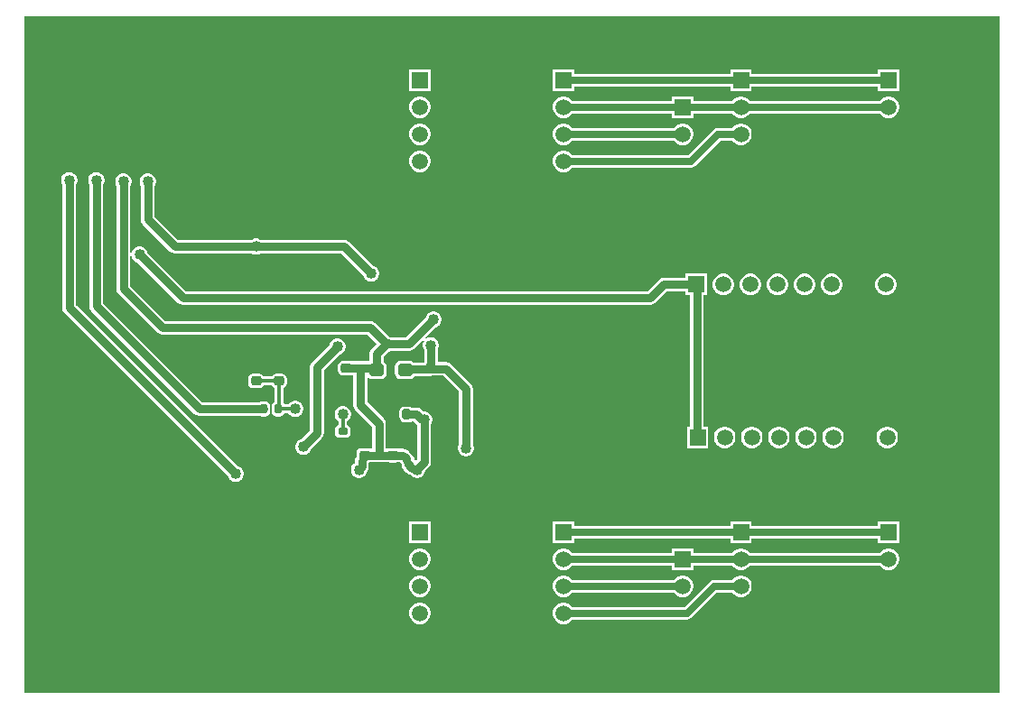
<source format=gbr>
G04*
G04 #@! TF.GenerationSoftware,Altium Limited,Altium Designer,23.6.0 (18)*
G04*
G04 Layer_Physical_Order=2*
G04 Layer_Color=16711680*
%FSLAX44Y44*%
%MOMM*%
G71*
G04*
G04 #@! TF.SameCoordinates,D937CF5F-481C-4708-B2B1-4CAA2D9F1EF8*
G04*
G04*
G04 #@! TF.FilePolarity,Positive*
G04*
G01*
G75*
G04:AMPARAMS|DCode=16|XSize=0.9mm|YSize=0.7mm|CornerRadius=0.175mm|HoleSize=0mm|Usage=FLASHONLY|Rotation=90.000|XOffset=0mm|YOffset=0mm|HoleType=Round|Shape=RoundedRectangle|*
%AMROUNDEDRECTD16*
21,1,0.9000,0.3500,0,0,90.0*
21,1,0.5500,0.7000,0,0,90.0*
1,1,0.3500,0.1750,0.2750*
1,1,0.3500,0.1750,-0.2750*
1,1,0.3500,-0.1750,-0.2750*
1,1,0.3500,-0.1750,0.2750*
%
%ADD16ROUNDEDRECTD16*%
G04:AMPARAMS|DCode=20|XSize=0.9mm|YSize=0.7mm|CornerRadius=0.175mm|HoleSize=0mm|Usage=FLASHONLY|Rotation=0.000|XOffset=0mm|YOffset=0mm|HoleType=Round|Shape=RoundedRectangle|*
%AMROUNDEDRECTD20*
21,1,0.9000,0.3500,0,0,0.0*
21,1,0.5500,0.7000,0,0,0.0*
1,1,0.3500,0.2750,-0.1750*
1,1,0.3500,-0.2750,-0.1750*
1,1,0.3500,-0.2750,0.1750*
1,1,0.3500,0.2750,0.1750*
%
%ADD20ROUNDEDRECTD20*%
G04:AMPARAMS|DCode=23|XSize=0.95mm|YSize=0.85mm|CornerRadius=0.2125mm|HoleSize=0mm|Usage=FLASHONLY|Rotation=180.000|XOffset=0mm|YOffset=0mm|HoleType=Round|Shape=RoundedRectangle|*
%AMROUNDEDRECTD23*
21,1,0.9500,0.4250,0,0,180.0*
21,1,0.5250,0.8500,0,0,180.0*
1,1,0.4250,-0.2625,0.2125*
1,1,0.4250,0.2625,0.2125*
1,1,0.4250,0.2625,-0.2125*
1,1,0.4250,-0.2625,-0.2125*
%
%ADD23ROUNDEDRECTD23*%
G04:AMPARAMS|DCode=29|XSize=0.95mm|YSize=0.85mm|CornerRadius=0.2125mm|HoleSize=0mm|Usage=FLASHONLY|Rotation=270.000|XOffset=0mm|YOffset=0mm|HoleType=Round|Shape=RoundedRectangle|*
%AMROUNDEDRECTD29*
21,1,0.9500,0.4250,0,0,270.0*
21,1,0.5250,0.8500,0,0,270.0*
1,1,0.4250,-0.2125,-0.2625*
1,1,0.4250,-0.2125,0.2625*
1,1,0.4250,0.2125,0.2625*
1,1,0.4250,0.2125,-0.2625*
%
%ADD29ROUNDEDRECTD29*%
%ADD50C,0.3048*%
%ADD52C,0.6350*%
%ADD53C,0.7620*%
%ADD54C,1.4000*%
%ADD55R,1.5000X1.5000*%
%ADD56C,1.5000*%
%ADD57R,1.5000X1.5000*%
%ADD58C,1.0160*%
G04:AMPARAMS|DCode=59|XSize=1.4mm|YSize=1.2mm|CornerRadius=0.3mm|HoleSize=0mm|Usage=FLASHONLY|Rotation=0.000|XOffset=0mm|YOffset=0mm|HoleType=Round|Shape=RoundedRectangle|*
%AMROUNDEDRECTD59*
21,1,1.4000,0.6000,0,0,0.0*
21,1,0.8000,1.2000,0,0,0.0*
1,1,0.6000,0.4000,-0.3000*
1,1,0.6000,-0.4000,-0.3000*
1,1,0.6000,-0.4000,0.3000*
1,1,0.6000,0.4000,0.3000*
%
%ADD59ROUNDEDRECTD59*%
G36*
X914400D02*
X0D01*
Y635000D01*
X914400D01*
Y0D01*
D02*
G37*
%LPC*%
G36*
X820300Y585350D02*
X800220D01*
Y581137D01*
X681870D01*
Y585350D01*
X661790D01*
Y581137D01*
X515500D01*
Y585350D01*
X495420D01*
Y565270D01*
X515500D01*
Y569483D01*
X661790D01*
Y565270D01*
X681870D01*
Y569483D01*
X800220D01*
Y565270D01*
X820300D01*
Y585350D01*
D02*
G37*
G36*
X380880D02*
X360800D01*
Y565270D01*
X380880D01*
Y585350D01*
D02*
G37*
G36*
X811582Y559950D02*
X808938D01*
X806385Y559266D01*
X804095Y557944D01*
X802226Y556075D01*
X802031Y555737D01*
X680059D01*
X679864Y556075D01*
X677995Y557944D01*
X675705Y559266D01*
X673152Y559950D01*
X670508D01*
X667955Y559266D01*
X665665Y557944D01*
X663796Y556075D01*
X663601Y555737D01*
X627260D01*
Y559950D01*
X607180D01*
Y555737D01*
X513689D01*
X513494Y556075D01*
X511625Y557944D01*
X509335Y559266D01*
X506782Y559950D01*
X504138D01*
X501585Y559266D01*
X499295Y557944D01*
X497426Y556075D01*
X496104Y553785D01*
X495420Y551232D01*
Y548588D01*
X496104Y546035D01*
X497426Y543745D01*
X499295Y541876D01*
X501585Y540554D01*
X504138Y539870D01*
X506782D01*
X509335Y540554D01*
X511625Y541876D01*
X513494Y543745D01*
X513689Y544083D01*
X607180D01*
Y539870D01*
X627260D01*
Y544083D01*
X663601D01*
X663796Y543745D01*
X665665Y541876D01*
X667955Y540554D01*
X670508Y539870D01*
X673152D01*
X675705Y540554D01*
X677995Y541876D01*
X679864Y543745D01*
X680059Y544083D01*
X802031D01*
X802226Y543745D01*
X804095Y541876D01*
X806385Y540554D01*
X808938Y539870D01*
X811582D01*
X814135Y540554D01*
X816425Y541876D01*
X818294Y543745D01*
X819616Y546035D01*
X820300Y548588D01*
Y551232D01*
X819616Y553785D01*
X818294Y556075D01*
X816425Y557944D01*
X814135Y559266D01*
X811582Y559950D01*
D02*
G37*
G36*
X372162D02*
X369518D01*
X366965Y559266D01*
X364675Y557944D01*
X362806Y556075D01*
X361484Y553785D01*
X360800Y551232D01*
Y548588D01*
X361484Y546035D01*
X362806Y543745D01*
X364675Y541876D01*
X366965Y540554D01*
X369518Y539870D01*
X372162D01*
X374715Y540554D01*
X377005Y541876D01*
X378874Y543745D01*
X380196Y546035D01*
X380880Y548588D01*
Y551232D01*
X380196Y553785D01*
X378874Y556075D01*
X377005Y557944D01*
X374715Y559266D01*
X372162Y559950D01*
D02*
G37*
G36*
X618542Y534550D02*
X615898D01*
X613345Y533866D01*
X611055Y532544D01*
X609186Y530675D01*
X608991Y530337D01*
X513689D01*
X513494Y530675D01*
X511625Y532544D01*
X509335Y533866D01*
X506782Y534550D01*
X504138D01*
X501585Y533866D01*
X499295Y532544D01*
X497426Y530675D01*
X496104Y528385D01*
X495420Y525832D01*
Y523188D01*
X496104Y520635D01*
X497426Y518345D01*
X499295Y516476D01*
X501585Y515154D01*
X504138Y514470D01*
X506782D01*
X509335Y515154D01*
X511625Y516476D01*
X513494Y518345D01*
X513689Y518683D01*
X608991D01*
X609186Y518345D01*
X611055Y516476D01*
X613345Y515154D01*
X615898Y514470D01*
X618542D01*
X621095Y515154D01*
X623385Y516476D01*
X625254Y518345D01*
X626576Y520635D01*
X627260Y523188D01*
Y525832D01*
X626576Y528385D01*
X625254Y530675D01*
X623385Y532544D01*
X621095Y533866D01*
X618542Y534550D01*
D02*
G37*
G36*
X673152D02*
X670508D01*
X667955Y533866D01*
X665665Y532544D01*
X663796Y530675D01*
X663601Y530337D01*
X650240D01*
X648010Y529893D01*
X646120Y528630D01*
X622426Y504937D01*
X513689D01*
X513494Y505275D01*
X511625Y507144D01*
X509335Y508466D01*
X506782Y509150D01*
X504138D01*
X501585Y508466D01*
X499295Y507144D01*
X497426Y505275D01*
X496104Y502985D01*
X495420Y500432D01*
Y497788D01*
X496104Y495235D01*
X497426Y492945D01*
X499295Y491076D01*
X501585Y489754D01*
X504138Y489070D01*
X506782D01*
X509335Y489754D01*
X511625Y491076D01*
X513494Y492945D01*
X513689Y493283D01*
X624840D01*
X627070Y493727D01*
X628960Y494990D01*
X652654Y518683D01*
X663601D01*
X663796Y518345D01*
X665665Y516476D01*
X667955Y515154D01*
X670508Y514470D01*
X673152D01*
X675705Y515154D01*
X677995Y516476D01*
X679864Y518345D01*
X681186Y520635D01*
X681870Y523188D01*
Y525832D01*
X681186Y528385D01*
X679864Y530675D01*
X677995Y532544D01*
X675705Y533866D01*
X673152Y534550D01*
D02*
G37*
G36*
X372162D02*
X369518D01*
X366965Y533866D01*
X364675Y532544D01*
X362806Y530675D01*
X361484Y528385D01*
X360800Y525832D01*
Y523188D01*
X361484Y520635D01*
X362806Y518345D01*
X364675Y516476D01*
X366965Y515154D01*
X369518Y514470D01*
X372162D01*
X374715Y515154D01*
X377005Y516476D01*
X378874Y518345D01*
X380196Y520635D01*
X380880Y523188D01*
Y525832D01*
X380196Y528385D01*
X378874Y530675D01*
X377005Y532544D01*
X374715Y533866D01*
X372162Y534550D01*
D02*
G37*
G36*
Y509150D02*
X369518D01*
X366965Y508466D01*
X364675Y507144D01*
X362806Y505275D01*
X361484Y502985D01*
X360800Y500432D01*
Y497788D01*
X361484Y495235D01*
X362806Y492945D01*
X364675Y491076D01*
X366965Y489754D01*
X369518Y489070D01*
X372162D01*
X374715Y489754D01*
X377005Y491076D01*
X378874Y492945D01*
X380196Y495235D01*
X380880Y497788D01*
Y500432D01*
X380196Y502985D01*
X378874Y505275D01*
X377005Y507144D01*
X374715Y508466D01*
X372162Y509150D01*
D02*
G37*
G36*
X116573Y487680D02*
X114567D01*
X112629Y487161D01*
X110891Y486157D01*
X109473Y484739D01*
X108469Y483001D01*
X107950Y481063D01*
Y479057D01*
X108469Y477119D01*
X109096Y476034D01*
Y444500D01*
X109588Y442022D01*
X110992Y439922D01*
X136392Y414522D01*
X138492Y413118D01*
X140970Y412626D01*
X213144D01*
X214229Y411999D01*
X216167Y411480D01*
X218173D01*
X220111Y411999D01*
X221196Y412626D01*
X297038D01*
X317695Y391969D01*
X318019Y390759D01*
X319023Y389021D01*
X320441Y387603D01*
X322179Y386599D01*
X324117Y386080D01*
X326123D01*
X328061Y386599D01*
X329799Y387603D01*
X331217Y389021D01*
X332221Y390759D01*
X332740Y392697D01*
Y394703D01*
X332221Y396641D01*
X331217Y398379D01*
X329799Y399798D01*
X328061Y400801D01*
X326851Y401125D01*
X304298Y423678D01*
X302198Y425082D01*
X299720Y425574D01*
X221196D01*
X220111Y426201D01*
X218173Y426720D01*
X216167D01*
X214229Y426201D01*
X213144Y425574D01*
X143652D01*
X122044Y447182D01*
Y476034D01*
X122671Y477119D01*
X123190Y479057D01*
Y481063D01*
X122671Y483001D01*
X121667Y484739D01*
X120249Y486157D01*
X118511Y487161D01*
X116573Y487680D01*
D02*
G37*
G36*
X809042Y393580D02*
X806398D01*
X803845Y392896D01*
X801555Y391574D01*
X799686Y389705D01*
X798364Y387415D01*
X797680Y384862D01*
Y382218D01*
X798364Y379665D01*
X799686Y377375D01*
X801555Y375506D01*
X803845Y374184D01*
X806398Y373500D01*
X809042D01*
X811595Y374184D01*
X813885Y375506D01*
X815754Y377375D01*
X817076Y379665D01*
X817760Y382218D01*
Y384862D01*
X817076Y387415D01*
X815754Y389705D01*
X813885Y391574D01*
X811595Y392896D01*
X809042Y393580D01*
D02*
G37*
G36*
X758242D02*
X755598D01*
X753045Y392896D01*
X750755Y391574D01*
X748886Y389705D01*
X747564Y387415D01*
X746880Y384862D01*
Y382218D01*
X747564Y379665D01*
X748886Y377375D01*
X750755Y375506D01*
X753045Y374184D01*
X755598Y373500D01*
X758242D01*
X760795Y374184D01*
X763085Y375506D01*
X764954Y377375D01*
X766276Y379665D01*
X766960Y382218D01*
Y384862D01*
X766276Y387415D01*
X764954Y389705D01*
X763085Y391574D01*
X760795Y392896D01*
X758242Y393580D01*
D02*
G37*
G36*
X732842D02*
X730198D01*
X727645Y392896D01*
X725355Y391574D01*
X723486Y389705D01*
X722164Y387415D01*
X721480Y384862D01*
Y382218D01*
X722164Y379665D01*
X723486Y377375D01*
X725355Y375506D01*
X727645Y374184D01*
X730198Y373500D01*
X732842D01*
X735395Y374184D01*
X737685Y375506D01*
X739554Y377375D01*
X740876Y379665D01*
X741560Y382218D01*
Y384862D01*
X740876Y387415D01*
X739554Y389705D01*
X737685Y391574D01*
X735395Y392896D01*
X732842Y393580D01*
D02*
G37*
G36*
X707442D02*
X704798D01*
X702245Y392896D01*
X699955Y391574D01*
X698086Y389705D01*
X696764Y387415D01*
X696080Y384862D01*
Y382218D01*
X696764Y379665D01*
X698086Y377375D01*
X699955Y375506D01*
X702245Y374184D01*
X704798Y373500D01*
X707442D01*
X709995Y374184D01*
X712285Y375506D01*
X714154Y377375D01*
X715476Y379665D01*
X716160Y382218D01*
Y384862D01*
X715476Y387415D01*
X714154Y389705D01*
X712285Y391574D01*
X709995Y392896D01*
X707442Y393580D01*
D02*
G37*
G36*
X682042D02*
X679398D01*
X676845Y392896D01*
X674555Y391574D01*
X672686Y389705D01*
X671364Y387415D01*
X670680Y384862D01*
Y382218D01*
X671364Y379665D01*
X672686Y377375D01*
X674555Y375506D01*
X676845Y374184D01*
X679398Y373500D01*
X682042D01*
X684595Y374184D01*
X686885Y375506D01*
X688754Y377375D01*
X690076Y379665D01*
X690760Y382218D01*
Y384862D01*
X690076Y387415D01*
X688754Y389705D01*
X686885Y391574D01*
X684595Y392896D01*
X682042Y393580D01*
D02*
G37*
G36*
X656642D02*
X653998D01*
X651445Y392896D01*
X649155Y391574D01*
X647286Y389705D01*
X645964Y387415D01*
X645280Y384862D01*
Y382218D01*
X645964Y379665D01*
X647286Y377375D01*
X649155Y375506D01*
X651445Y374184D01*
X653998Y373500D01*
X656642D01*
X659195Y374184D01*
X661485Y375506D01*
X663354Y377375D01*
X664676Y379665D01*
X665360Y382218D01*
Y384862D01*
X664676Y387415D01*
X663354Y389705D01*
X661485Y391574D01*
X659195Y392896D01*
X656642Y393580D01*
D02*
G37*
G36*
X241385Y299851D02*
X236135D01*
X234315Y299489D01*
X232772Y298458D01*
X231873Y297114D01*
X224057D01*
X223158Y298458D01*
X221615Y299489D01*
X219795Y299851D01*
X214545D01*
X212725Y299489D01*
X211182Y298458D01*
X210151Y296915D01*
X209789Y295095D01*
Y290845D01*
X210151Y289025D01*
X211182Y287482D01*
X212725Y286451D01*
X214545Y286089D01*
X219795D01*
X221615Y286451D01*
X223158Y287482D01*
X224057Y288826D01*
X231873D01*
X232772Y287482D01*
X234306Y286456D01*
Y273217D01*
X233297Y272543D01*
X232349Y271124D01*
X232016Y269450D01*
Y263950D01*
X232349Y262276D01*
X233297Y260857D01*
X234716Y259909D01*
X236390Y259576D01*
X239890D01*
X241564Y259909D01*
X242983Y260857D01*
X243931Y262276D01*
X243987Y262556D01*
X247593D01*
X247903Y262021D01*
X249321Y260602D01*
X251059Y259599D01*
X252997Y259080D01*
X255003D01*
X256941Y259599D01*
X258679Y260602D01*
X260098Y262021D01*
X261101Y263759D01*
X261620Y265697D01*
Y267703D01*
X261101Y269641D01*
X260098Y271379D01*
X258679Y272798D01*
X256941Y273801D01*
X255003Y274320D01*
X252997D01*
X251059Y273801D01*
X249321Y272798D01*
X247903Y271379D01*
X247593Y270844D01*
X243987D01*
X243931Y271124D01*
X242983Y272543D01*
X242594Y272803D01*
Y286329D01*
X243205Y286451D01*
X244748Y287482D01*
X245779Y289025D01*
X246141Y290845D01*
Y295095D01*
X245779Y296915D01*
X244748Y298458D01*
X243205Y299489D01*
X241385Y299851D01*
D02*
G37*
G36*
X68313Y488950D02*
X66307D01*
X64369Y488431D01*
X62631Y487427D01*
X61213Y486009D01*
X60209Y484271D01*
X59690Y482333D01*
Y480327D01*
X60209Y478389D01*
X60836Y477304D01*
Y363220D01*
X61328Y360742D01*
X62732Y358642D01*
X159252Y262122D01*
X161352Y260718D01*
X163830Y260226D01*
X220242D01*
X220716Y259909D01*
X222390Y259576D01*
X225890D01*
X227564Y259909D01*
X228983Y260857D01*
X229931Y262276D01*
X230264Y263950D01*
Y264939D01*
X230614Y266700D01*
X230264Y268461D01*
Y269450D01*
X229931Y271124D01*
X228983Y272543D01*
X227564Y273491D01*
X225890Y273824D01*
X222390D01*
X220716Y273491D01*
X220242Y273174D01*
X166512D01*
X73784Y365902D01*
Y477304D01*
X74411Y478389D01*
X74930Y480327D01*
Y482333D01*
X74411Y484271D01*
X73408Y486009D01*
X71989Y487427D01*
X70251Y488431D01*
X68313Y488950D01*
D02*
G37*
G36*
X299453Y269240D02*
X297447D01*
X295509Y268721D01*
X293771Y267717D01*
X292353Y266299D01*
X291349Y264561D01*
X290830Y262623D01*
Y260617D01*
X291349Y258679D01*
X292353Y256941D01*
X293771Y255522D01*
X294306Y255214D01*
Y251607D01*
X294026Y251551D01*
X292607Y250603D01*
X291659Y249184D01*
X291326Y247510D01*
Y244010D01*
X291659Y242336D01*
X292607Y240917D01*
X294026Y239969D01*
X295700Y239636D01*
X301200D01*
X302874Y239969D01*
X304293Y240917D01*
X305241Y242336D01*
X305574Y244010D01*
Y247510D01*
X305241Y249184D01*
X304293Y250603D01*
X302874Y251551D01*
X302594Y251607D01*
Y255214D01*
X303129Y255522D01*
X304548Y256941D01*
X305551Y258679D01*
X306070Y260617D01*
Y262623D01*
X305551Y264561D01*
X304548Y266299D01*
X303129Y267717D01*
X301391Y268721D01*
X299453Y269240D01*
D02*
G37*
G36*
X810312Y250070D02*
X807668D01*
X805115Y249386D01*
X802825Y248064D01*
X800956Y246195D01*
X799634Y243905D01*
X798950Y241352D01*
Y238708D01*
X799634Y236155D01*
X800956Y233865D01*
X802825Y231996D01*
X805115Y230674D01*
X807668Y229990D01*
X810312D01*
X812865Y230674D01*
X815155Y231996D01*
X817024Y233865D01*
X818346Y236155D01*
X819030Y238708D01*
Y241352D01*
X818346Y243905D01*
X817024Y246195D01*
X815155Y248064D01*
X812865Y249386D01*
X810312Y250070D01*
D02*
G37*
G36*
X759512D02*
X756868D01*
X754315Y249386D01*
X752025Y248064D01*
X750156Y246195D01*
X748834Y243905D01*
X748150Y241352D01*
Y238708D01*
X748834Y236155D01*
X750156Y233865D01*
X752025Y231996D01*
X754315Y230674D01*
X756868Y229990D01*
X759512D01*
X762065Y230674D01*
X764355Y231996D01*
X766224Y233865D01*
X767546Y236155D01*
X768230Y238708D01*
Y241352D01*
X767546Y243905D01*
X766224Y246195D01*
X764355Y248064D01*
X762065Y249386D01*
X759512Y250070D01*
D02*
G37*
G36*
X734112D02*
X731468D01*
X728915Y249386D01*
X726625Y248064D01*
X724756Y246195D01*
X723434Y243905D01*
X722750Y241352D01*
Y238708D01*
X723434Y236155D01*
X724756Y233865D01*
X726625Y231996D01*
X728915Y230674D01*
X731468Y229990D01*
X734112D01*
X736665Y230674D01*
X738955Y231996D01*
X740824Y233865D01*
X742146Y236155D01*
X742830Y238708D01*
Y241352D01*
X742146Y243905D01*
X740824Y246195D01*
X738955Y248064D01*
X736665Y249386D01*
X734112Y250070D01*
D02*
G37*
G36*
X708712D02*
X706068D01*
X703515Y249386D01*
X701225Y248064D01*
X699356Y246195D01*
X698034Y243905D01*
X697350Y241352D01*
Y238708D01*
X698034Y236155D01*
X699356Y233865D01*
X701225Y231996D01*
X703515Y230674D01*
X706068Y229990D01*
X708712D01*
X711265Y230674D01*
X713555Y231996D01*
X715424Y233865D01*
X716746Y236155D01*
X717430Y238708D01*
Y241352D01*
X716746Y243905D01*
X715424Y246195D01*
X713555Y248064D01*
X711265Y249386D01*
X708712Y250070D01*
D02*
G37*
G36*
X683312D02*
X680668D01*
X678115Y249386D01*
X675825Y248064D01*
X673956Y246195D01*
X672634Y243905D01*
X671950Y241352D01*
Y238708D01*
X672634Y236155D01*
X673956Y233865D01*
X675825Y231996D01*
X678115Y230674D01*
X680668Y229990D01*
X683312D01*
X685865Y230674D01*
X688155Y231996D01*
X690024Y233865D01*
X691346Y236155D01*
X692030Y238708D01*
Y241352D01*
X691346Y243905D01*
X690024Y246195D01*
X688155Y248064D01*
X685865Y249386D01*
X683312Y250070D01*
D02*
G37*
G36*
X657912D02*
X655268D01*
X652715Y249386D01*
X650425Y248064D01*
X648556Y246195D01*
X647234Y243905D01*
X646550Y241352D01*
Y238708D01*
X647234Y236155D01*
X648556Y233865D01*
X650425Y231996D01*
X652715Y230674D01*
X655268Y229990D01*
X657912D01*
X660465Y230674D01*
X662755Y231996D01*
X664624Y233865D01*
X665946Y236155D01*
X666630Y238708D01*
Y241352D01*
X665946Y243905D01*
X664624Y246195D01*
X662755Y248064D01*
X660465Y249386D01*
X657912Y250070D01*
D02*
G37*
G36*
X93713Y487680D02*
X91707D01*
X89769Y487161D01*
X88031Y486157D01*
X86613Y484739D01*
X85609Y483001D01*
X85090Y481063D01*
Y479057D01*
X85609Y477119D01*
X86236Y476034D01*
Y379730D01*
X86728Y377252D01*
X88132Y375152D01*
X124962Y338322D01*
X127062Y336918D01*
X129540Y336426D01*
X321168D01*
X329934Y327660D01*
X325622Y323348D01*
X324218Y321248D01*
X323726Y318770D01*
Y311364D01*
X305793D01*
X305725Y311409D01*
X303905Y311771D01*
X298655D01*
X296835Y311409D01*
X295292Y310378D01*
X294261Y308835D01*
X293899Y307015D01*
Y302765D01*
X294261Y300945D01*
X295292Y299402D01*
X296835Y298371D01*
X298655Y298009D01*
X303905D01*
X305725Y298371D01*
X305793Y298416D01*
X308391D01*
Y270605D01*
X308883Y268127D01*
X310287Y266027D01*
X326101Y250213D01*
Y229594D01*
X323282D01*
X323215Y229639D01*
X321395Y230001D01*
X316145D01*
X314325Y229639D01*
X312782Y228608D01*
X311751Y227065D01*
X311389Y225245D01*
Y222846D01*
X311356Y222680D01*
Y222351D01*
X310248Y220694D01*
X309756Y218216D01*
Y216077D01*
X309011Y215648D01*
X307593Y214229D01*
X306589Y212491D01*
X306070Y210553D01*
Y208547D01*
X306589Y206609D01*
X307593Y204871D01*
X309011Y203452D01*
X310749Y202449D01*
X312687Y201930D01*
X314693D01*
X316631Y202449D01*
X318369Y203452D01*
X319788Y204871D01*
X320791Y206609D01*
X321310Y208547D01*
Y208950D01*
X322212Y210300D01*
X322704Y212777D01*
Y215682D01*
X323349Y216646D01*
X340928D01*
X340995Y216601D01*
X342815Y216239D01*
X348065D01*
X349885Y216601D01*
X349952Y216646D01*
X352371Y216646D01*
X352706Y216310D01*
X352706Y216310D01*
X352706Y216310D01*
X352943Y216073D01*
X353017Y215977D01*
X353767Y214165D01*
X353886Y213264D01*
X354001Y213280D01*
X354317Y211693D01*
X355720Y209592D01*
X357308Y208005D01*
X357308Y208005D01*
X358546Y206767D01*
X358706Y206660D01*
X358823Y206506D01*
X359751Y205962D01*
X360646Y205364D01*
X360835Y205326D01*
X361002Y205229D01*
X362293Y204781D01*
X363621Y203452D01*
X365359Y202449D01*
X367297Y201930D01*
X369303D01*
X371241Y202449D01*
X372979Y203452D01*
X374398Y204871D01*
X375401Y206609D01*
X375920Y208547D01*
Y208964D01*
X379228Y212272D01*
X380632Y214372D01*
X381124Y216850D01*
Y252514D01*
X381751Y253599D01*
X382270Y255537D01*
Y257543D01*
X381751Y259481D01*
X380747Y261219D01*
X379329Y262638D01*
X377591Y263641D01*
X375653Y264160D01*
X374262D01*
X372224Y266198D01*
X370123Y267602D01*
X367645Y268094D01*
X363301D01*
X362485Y268639D01*
X360665Y269001D01*
X356415D01*
X354595Y268639D01*
X353052Y267608D01*
X352021Y266065D01*
X351659Y264245D01*
Y258995D01*
X352021Y257175D01*
X353052Y255632D01*
X354595Y254601D01*
X356415Y254239D01*
X360665D01*
X362485Y254601D01*
X363301Y255146D01*
X364964D01*
X368147Y251962D01*
X368176Y251943D01*
Y219532D01*
X367126Y218482D01*
X365690Y218842D01*
X365333Y220018D01*
X363705Y223063D01*
X363450Y223540D01*
X362984Y224109D01*
X362381Y224948D01*
X361862Y225466D01*
X360964Y226364D01*
X359631Y227698D01*
X357530Y229102D01*
X355052Y229594D01*
X349952Y229594D01*
X349885Y229639D01*
X348065Y230001D01*
X342815D01*
X340995Y229639D01*
X340928Y229594D01*
X339049D01*
Y252895D01*
X338557Y255373D01*
X337153Y257473D01*
X321339Y273287D01*
Y295331D01*
X322609Y295876D01*
X324038Y294921D01*
X326200Y294492D01*
X334200D01*
X336362Y294921D01*
X338194Y296146D01*
X339418Y297978D01*
X339849Y300140D01*
Y306140D01*
X339418Y308302D01*
X338194Y310134D01*
X336674Y311150D01*
Y316088D01*
X340821Y320235D01*
X342031Y320559D01*
X343116Y321186D01*
X360680D01*
X363158Y321678D01*
X365258Y323082D01*
X373697Y331521D01*
X374713Y330741D01*
X373899Y329331D01*
X373380Y327393D01*
Y325387D01*
X373899Y323449D01*
X374671Y322113D01*
Y310489D01*
X364332D01*
X363032Y311359D01*
X360870Y311789D01*
X352870D01*
X350708Y311359D01*
X348876Y310134D01*
X347651Y308302D01*
X347221Y306140D01*
Y300140D01*
X347651Y297978D01*
X348876Y296146D01*
X350708Y294921D01*
X352870Y294492D01*
X360870D01*
X363032Y294921D01*
X364864Y296146D01*
X365796Y297541D01*
X380415D01*
X382602Y297976D01*
X392638D01*
X407546Y283068D01*
Y233896D01*
X406919Y232811D01*
X406400Y230873D01*
Y228867D01*
X406919Y226929D01*
X407923Y225191D01*
X409341Y223773D01*
X411079Y222769D01*
X413017Y222250D01*
X415023D01*
X416961Y222769D01*
X418699Y223773D01*
X420117Y225191D01*
X421121Y226929D01*
X421640Y228867D01*
Y230873D01*
X421121Y232811D01*
X420494Y233896D01*
Y285750D01*
X420002Y288228D01*
X418598Y290328D01*
X399898Y309028D01*
X397798Y310431D01*
X395320Y310924D01*
X387619D01*
Y322615D01*
X388101Y323449D01*
X388620Y325387D01*
Y327393D01*
X388101Y329331D01*
X387098Y331069D01*
X385679Y332487D01*
X383941Y333491D01*
X382003Y334010D01*
X379997D01*
X378059Y333491D01*
X376649Y332677D01*
X375869Y333693D01*
X385271Y343095D01*
X386481Y343419D01*
X388219Y344422D01*
X389637Y345841D01*
X390641Y347579D01*
X391160Y349517D01*
Y351523D01*
X390641Y353461D01*
X389637Y355199D01*
X388219Y356618D01*
X386481Y357621D01*
X384543Y358140D01*
X382537D01*
X380599Y357621D01*
X378861Y356618D01*
X377443Y355199D01*
X376439Y353461D01*
X376115Y352251D01*
X357998Y334134D01*
X343116D01*
X342031Y334761D01*
X340821Y335085D01*
X328428Y347478D01*
X326328Y348882D01*
X323850Y349374D01*
X132222D01*
X99184Y382412D01*
Y409845D01*
X100454Y410013D01*
X100849Y408539D01*
X101853Y406801D01*
X103271Y405382D01*
X105009Y404379D01*
X106219Y404055D01*
X144012Y366262D01*
X146112Y364858D01*
X148590Y364366D01*
X586740D01*
X589218Y364858D01*
X591318Y366262D01*
X602122Y377066D01*
X619880D01*
Y373500D01*
X624081D01*
Y250070D01*
X621150D01*
Y229990D01*
X641230D01*
Y250070D01*
X637029D01*
Y373500D01*
X639960D01*
Y393580D01*
X619880D01*
Y390014D01*
X599440D01*
X596962Y389522D01*
X594862Y388118D01*
X584058Y377314D01*
X151272D01*
X115375Y413211D01*
X115051Y414421D01*
X114047Y416159D01*
X112629Y417578D01*
X110891Y418581D01*
X108953Y419100D01*
X106947D01*
X105009Y418581D01*
X103271Y417578D01*
X101853Y416159D01*
X100849Y414421D01*
X100454Y412948D01*
X99184Y413115D01*
Y476034D01*
X99811Y477119D01*
X100330Y479057D01*
Y481063D01*
X99811Y483001D01*
X98807Y484739D01*
X97389Y486157D01*
X95651Y487161D01*
X93713Y487680D01*
D02*
G37*
G36*
X294373Y332740D02*
X292367D01*
X290429Y332221D01*
X288691Y331217D01*
X287272Y329799D01*
X286269Y328061D01*
X285945Y326851D01*
X269742Y310648D01*
X268338Y308548D01*
X267846Y306070D01*
Y246522D01*
X259889Y238565D01*
X258679Y238241D01*
X256941Y237237D01*
X255522Y235819D01*
X254519Y234081D01*
X254000Y232143D01*
Y230137D01*
X254519Y228199D01*
X255522Y226461D01*
X256941Y225042D01*
X258679Y224039D01*
X260617Y223520D01*
X262623D01*
X264561Y224039D01*
X266299Y225042D01*
X267717Y226461D01*
X268721Y228199D01*
X269045Y229409D01*
X278898Y239262D01*
X280302Y241362D01*
X280794Y243840D01*
Y303388D01*
X295101Y317695D01*
X296311Y318019D01*
X298049Y319023D01*
X299468Y320441D01*
X300471Y322179D01*
X300990Y324117D01*
Y326123D01*
X300471Y328061D01*
X299468Y329799D01*
X298049Y331217D01*
X296311Y332221D01*
X294373Y332740D01*
D02*
G37*
G36*
X42913Y488950D02*
X40907D01*
X38969Y488431D01*
X37231Y487427D01*
X35812Y486009D01*
X34809Y484271D01*
X34290Y482333D01*
Y480327D01*
X34809Y478389D01*
X35436Y477304D01*
Y361950D01*
X35928Y359472D01*
X37332Y357372D01*
X190695Y204009D01*
X191019Y202799D01*
X192022Y201061D01*
X193441Y199643D01*
X195179Y198639D01*
X197117Y198120D01*
X199123D01*
X201061Y198639D01*
X202799Y199643D01*
X204217Y201061D01*
X205221Y202799D01*
X205740Y204737D01*
Y206743D01*
X205221Y208681D01*
X204217Y210419D01*
X202799Y211838D01*
X201061Y212841D01*
X199851Y213165D01*
X48384Y364632D01*
Y477304D01*
X49011Y478389D01*
X49530Y480327D01*
Y482333D01*
X49011Y484271D01*
X48007Y486009D01*
X46589Y487427D01*
X44851Y488431D01*
X42913Y488950D01*
D02*
G37*
G36*
X820300Y161170D02*
X800220D01*
Y156957D01*
X681870D01*
Y161170D01*
X661790D01*
Y156957D01*
X515500D01*
Y161170D01*
X495420D01*
Y141090D01*
X515500D01*
Y145303D01*
X661790D01*
Y141090D01*
X681870D01*
Y145303D01*
X800220D01*
Y141090D01*
X820300D01*
Y161170D01*
D02*
G37*
G36*
X380880D02*
X360800D01*
Y141090D01*
X380880D01*
Y161170D01*
D02*
G37*
G36*
X811582Y135770D02*
X808938D01*
X806385Y135086D01*
X804095Y133764D01*
X802226Y131895D01*
X802031Y131557D01*
X680059D01*
X679864Y131895D01*
X677995Y133764D01*
X675705Y135086D01*
X673152Y135770D01*
X670508D01*
X667955Y135086D01*
X665665Y133764D01*
X663796Y131895D01*
X663601Y131557D01*
X627260D01*
Y135770D01*
X607180D01*
Y131557D01*
X513689D01*
X513494Y131895D01*
X511625Y133764D01*
X509335Y135086D01*
X506782Y135770D01*
X504138D01*
X501585Y135086D01*
X499295Y133764D01*
X497426Y131895D01*
X496104Y129605D01*
X495420Y127052D01*
Y124408D01*
X496104Y121855D01*
X497426Y119565D01*
X499295Y117696D01*
X501585Y116374D01*
X504138Y115690D01*
X506782D01*
X509335Y116374D01*
X511625Y117696D01*
X513494Y119565D01*
X513689Y119903D01*
X607180D01*
Y115690D01*
X627260D01*
Y119903D01*
X663601D01*
X663796Y119565D01*
X665665Y117696D01*
X667955Y116374D01*
X670508Y115690D01*
X673152D01*
X675705Y116374D01*
X677995Y117696D01*
X679864Y119565D01*
X680059Y119903D01*
X802031D01*
X802226Y119565D01*
X804095Y117696D01*
X806385Y116374D01*
X808938Y115690D01*
X811582D01*
X814135Y116374D01*
X816425Y117696D01*
X818294Y119565D01*
X819616Y121855D01*
X820300Y124408D01*
Y127052D01*
X819616Y129605D01*
X818294Y131895D01*
X816425Y133764D01*
X814135Y135086D01*
X811582Y135770D01*
D02*
G37*
G36*
X372162D02*
X369518D01*
X366965Y135086D01*
X364675Y133764D01*
X362806Y131895D01*
X361484Y129605D01*
X360800Y127052D01*
Y124408D01*
X361484Y121855D01*
X362806Y119565D01*
X364675Y117696D01*
X366965Y116374D01*
X369518Y115690D01*
X372162D01*
X374715Y116374D01*
X377005Y117696D01*
X378874Y119565D01*
X380196Y121855D01*
X380880Y124408D01*
Y127052D01*
X380196Y129605D01*
X378874Y131895D01*
X377005Y133764D01*
X374715Y135086D01*
X372162Y135770D01*
D02*
G37*
G36*
X618542Y110370D02*
X615898D01*
X613345Y109686D01*
X611055Y108364D01*
X609186Y106495D01*
X608991Y106157D01*
X513689D01*
X513494Y106495D01*
X511625Y108364D01*
X509335Y109686D01*
X506782Y110370D01*
X504138D01*
X501585Y109686D01*
X499295Y108364D01*
X497426Y106495D01*
X496104Y104205D01*
X495420Y101652D01*
Y99008D01*
X496104Y96455D01*
X497426Y94165D01*
X499295Y92296D01*
X501585Y90974D01*
X504138Y90290D01*
X506782D01*
X509335Y90974D01*
X511625Y92296D01*
X513494Y94165D01*
X513689Y94503D01*
X608991D01*
X609186Y94165D01*
X611055Y92296D01*
X613345Y90974D01*
X615898Y90290D01*
X618542D01*
X621095Y90974D01*
X623385Y92296D01*
X625254Y94165D01*
X626576Y96455D01*
X627260Y99008D01*
Y101652D01*
X626576Y104205D01*
X625254Y106495D01*
X623385Y108364D01*
X621095Y109686D01*
X618542Y110370D01*
D02*
G37*
G36*
X673152D02*
X670508D01*
X667955Y109686D01*
X665665Y108364D01*
X663796Y106495D01*
X663601Y106157D01*
X646430D01*
X644200Y105713D01*
X642310Y104450D01*
X618616Y80757D01*
X513689D01*
X513494Y81095D01*
X511625Y82964D01*
X509335Y84286D01*
X506782Y84970D01*
X504138D01*
X501585Y84286D01*
X499295Y82964D01*
X497426Y81095D01*
X496104Y78805D01*
X495420Y76252D01*
Y73608D01*
X496104Y71055D01*
X497426Y68765D01*
X499295Y66896D01*
X501585Y65574D01*
X504138Y64890D01*
X506782D01*
X509335Y65574D01*
X511625Y66896D01*
X513494Y68765D01*
X513689Y69103D01*
X621030D01*
X623260Y69547D01*
X625150Y70810D01*
X648844Y94503D01*
X663601D01*
X663796Y94165D01*
X665665Y92296D01*
X667955Y90974D01*
X670508Y90290D01*
X673152D01*
X675705Y90974D01*
X677995Y92296D01*
X679864Y94165D01*
X681186Y96455D01*
X681870Y99008D01*
Y101652D01*
X681186Y104205D01*
X679864Y106495D01*
X677995Y108364D01*
X675705Y109686D01*
X673152Y110370D01*
D02*
G37*
G36*
X372162D02*
X369518D01*
X366965Y109686D01*
X364675Y108364D01*
X362806Y106495D01*
X361484Y104205D01*
X360800Y101652D01*
Y99008D01*
X361484Y96455D01*
X362806Y94165D01*
X364675Y92296D01*
X366965Y90974D01*
X369518Y90290D01*
X372162D01*
X374715Y90974D01*
X377005Y92296D01*
X378874Y94165D01*
X380196Y96455D01*
X380880Y99008D01*
Y101652D01*
X380196Y104205D01*
X378874Y106495D01*
X377005Y108364D01*
X374715Y109686D01*
X372162Y110370D01*
D02*
G37*
G36*
Y84970D02*
X369518D01*
X366965Y84286D01*
X364675Y82964D01*
X362806Y81095D01*
X361484Y78805D01*
X360800Y76252D01*
Y73608D01*
X361484Y71055D01*
X362806Y68765D01*
X364675Y66896D01*
X366965Y65574D01*
X369518Y64890D01*
X372162D01*
X374715Y65574D01*
X377005Y66896D01*
X378874Y68765D01*
X380196Y71055D01*
X380880Y73608D01*
Y76252D01*
X380196Y78805D01*
X378874Y81095D01*
X377005Y82964D01*
X374715Y84286D01*
X372162Y84970D01*
D02*
G37*
%LPD*%
D16*
X238140Y266700D02*
D03*
X224140D02*
D03*
D20*
X298450Y245760D02*
D03*
Y231760D02*
D03*
D23*
X381290Y291390D02*
D03*
Y304890D02*
D03*
X301280Y291390D02*
D03*
Y304890D02*
D03*
X345440Y236620D02*
D03*
Y223120D02*
D03*
X318770Y236620D02*
D03*
Y223120D02*
D03*
X238760Y306470D02*
D03*
Y292970D02*
D03*
X217170Y306470D02*
D03*
Y292970D02*
D03*
D29*
X345040Y261620D02*
D03*
X358540D02*
D03*
D50*
X298450Y245760D02*
Y261620D01*
X318570Y236420D02*
X318770Y236620D01*
X217170Y292970D02*
X238760D01*
X238450Y292660D02*
X238760Y292970D01*
X238450Y267010D02*
Y292660D01*
X238140Y266700D02*
X238450Y267010D01*
X238140Y266700D02*
X254000D01*
D52*
X646430Y100330D02*
X671830D01*
X505460Y74930D02*
X621030D01*
X646430Y100330D01*
X505460D02*
X617220D01*
X505460Y125730D02*
X617220D01*
X671830D01*
X810260D01*
X505460Y151130D02*
X671830D01*
X810260D01*
X650240Y524510D02*
X671830D01*
X624840Y499110D02*
X650240Y524510D01*
X505460Y499110D02*
X624840D01*
X505460Y524510D02*
X617220D01*
X671830Y549910D02*
X810260D01*
X617220D02*
X671830D01*
X505460D02*
X617220D01*
X671830Y575310D02*
X810260D01*
X505460D02*
X671830D01*
D53*
X357285Y220888D02*
X357284Y220888D01*
X360299Y214170D02*
G03*
X357803Y220370I-13788J-1949D01*
G01*
X92710Y379730D02*
X129540Y342900D01*
X323850D02*
X339090Y327660D01*
X129540Y342900D02*
X323850D01*
X339090Y327660D02*
X360680D01*
X383054Y350034D01*
X630555Y240665D02*
Y382905D01*
X148590Y370840D02*
X586740D01*
X599440Y383540D02*
X629920D01*
X586740Y370840D02*
X599440Y383540D01*
X107950Y411480D02*
X148590Y370840D01*
X217170Y419100D02*
X299720D01*
X140970D02*
X217170D01*
X414020Y229870D02*
Y285750D01*
X395320Y304450D02*
X414020Y285750D01*
X299720Y419100D02*
X325120Y393700D01*
X115570Y444500D02*
Y480060D01*
Y444500D02*
X140970Y419100D01*
X92710Y379730D02*
Y480060D01*
X67310Y363220D02*
Y481330D01*
Y363220D02*
X163830Y266700D01*
X41910Y361950D02*
X198120Y205740D01*
X41910Y361950D02*
Y481330D01*
X163830Y266700D02*
X224140D01*
X314865Y304890D02*
X328450D01*
X301280D02*
X314865D01*
X345440Y223120D02*
X346380D01*
X332575D02*
X345440D01*
X318770D02*
X332575D01*
X314865Y270605D02*
Y304890D01*
X332575Y223120D02*
Y252895D01*
X314865Y270605D02*
X332575Y252895D01*
X346380Y223120D02*
X355052Y223120D01*
X363124Y211345D02*
X368300Y209550D01*
X355052Y223120D02*
X357284Y220888D01*
X357285Y220888D02*
X357803Y220370D01*
X360299Y214170D02*
X361886Y212583D01*
X361886Y212583D02*
X363124Y211345D01*
X368300Y210500D02*
X374650Y216850D01*
X317830Y222680D02*
X318270Y223120D01*
X317830Y219816D02*
Y222680D01*
X316230Y218216D02*
X317830Y219816D01*
X316230Y212777D02*
Y218216D01*
X313690Y210237D02*
X316230Y212777D01*
X313690Y209550D02*
Y210237D01*
X328450Y304890D02*
X330200Y303140D01*
X381290Y304890D02*
X381730Y304450D01*
X395320D01*
X274320Y306070D02*
X293370Y325120D01*
X274320Y243840D02*
Y306070D01*
X261620Y231140D02*
X274320Y243840D01*
X368300Y209550D02*
Y210500D01*
X374650Y216850D02*
Y256540D01*
X381145Y305035D02*
X381290Y304890D01*
X381145Y305035D02*
Y326245D01*
X381000Y326390D02*
X381145Y326245D01*
X356870Y303140D02*
X357745Y304015D01*
X380415D01*
X381290Y304890D01*
X330200Y303140D02*
Y318770D01*
X339090Y327660D01*
X358540Y261620D02*
X367645D01*
X372725Y256540D01*
X374650D01*
D54*
X63000Y273460D02*
D03*
Y229460D02*
D03*
D55*
X810260Y575310D02*
D03*
X671830D02*
D03*
X617220Y549910D02*
D03*
X505460Y575310D02*
D03*
X370840D02*
D03*
X810260Y151130D02*
D03*
X617220Y125730D02*
D03*
X505460Y151130D02*
D03*
X370840D02*
D03*
X671830D02*
D03*
D56*
X810260Y549910D02*
D03*
Y524510D02*
D03*
X671830Y499110D02*
D03*
Y524510D02*
D03*
Y549910D02*
D03*
X617220Y524510D02*
D03*
X505460Y473710D02*
D03*
Y499110D02*
D03*
Y524510D02*
D03*
Y549910D02*
D03*
X370840Y473710D02*
D03*
Y499110D02*
D03*
Y524510D02*
D03*
Y549910D02*
D03*
X655320Y383540D02*
D03*
X680720D02*
D03*
X706120D02*
D03*
X731520D02*
D03*
X756920D02*
D03*
X782320D02*
D03*
X807720D02*
D03*
X810260Y125730D02*
D03*
Y100330D02*
D03*
X617220D02*
D03*
X505460Y49530D02*
D03*
Y74930D02*
D03*
Y100330D02*
D03*
Y125730D02*
D03*
X370840Y49530D02*
D03*
Y74930D02*
D03*
Y100330D02*
D03*
Y125730D02*
D03*
X671830Y74930D02*
D03*
Y100330D02*
D03*
Y125730D02*
D03*
X656590Y240030D02*
D03*
X681990D02*
D03*
X707390D02*
D03*
X732790D02*
D03*
X758190D02*
D03*
X783590D02*
D03*
X808990D02*
D03*
D57*
X629920Y383540D02*
D03*
X631190Y240030D02*
D03*
D58*
X889000Y355600D02*
D03*
Y50800D02*
D03*
X863600Y25400D02*
D03*
X787400D02*
D03*
X711200D02*
D03*
X635000D02*
D03*
X889000Y127000D02*
D03*
X558800Y25400D02*
D03*
X25400Y127000D02*
D03*
X279400Y25400D02*
D03*
X203200D02*
D03*
X127000D02*
D03*
X50800D02*
D03*
X889000Y279400D02*
D03*
Y584200D02*
D03*
X863600Y609600D02*
D03*
X812800D02*
D03*
X736600D02*
D03*
X660400D02*
D03*
X584200D02*
D03*
X508000D02*
D03*
X889000Y508000D02*
D03*
X431800Y609600D02*
D03*
X355600D02*
D03*
X889000Y431800D02*
D03*
X279400Y609600D02*
D03*
X203200D02*
D03*
X127000D02*
D03*
X50800D02*
D03*
X889000Y203200D02*
D03*
X25400Y533400D02*
D03*
X177800Y444500D02*
D03*
X302260Y388620D02*
D03*
X383540Y350520D02*
D03*
X299720Y276860D02*
D03*
X107950Y411480D02*
D03*
X414020Y229870D02*
D03*
X325120Y393700D02*
D03*
X115570Y480060D02*
D03*
X92710D02*
D03*
X67310Y481330D02*
D03*
X41910D02*
D03*
X217170Y419100D02*
D03*
X231140Y214630D02*
D03*
X198120Y205740D02*
D03*
X316230Y250190D02*
D03*
X426720Y217170D02*
D03*
X374650Y278130D02*
D03*
X293370Y325120D02*
D03*
X339090Y327660D02*
D03*
X381000Y326390D02*
D03*
X339090Y208280D02*
D03*
X374650Y256540D02*
D03*
X368300Y209550D02*
D03*
X313690D02*
D03*
X254000Y266700D02*
D03*
X298450Y261620D02*
D03*
X261620Y231140D02*
D03*
X299720Y215900D02*
D03*
D59*
X330200Y286140D02*
D03*
Y303140D02*
D03*
X356870Y286140D02*
D03*
Y303140D02*
D03*
M02*

</source>
